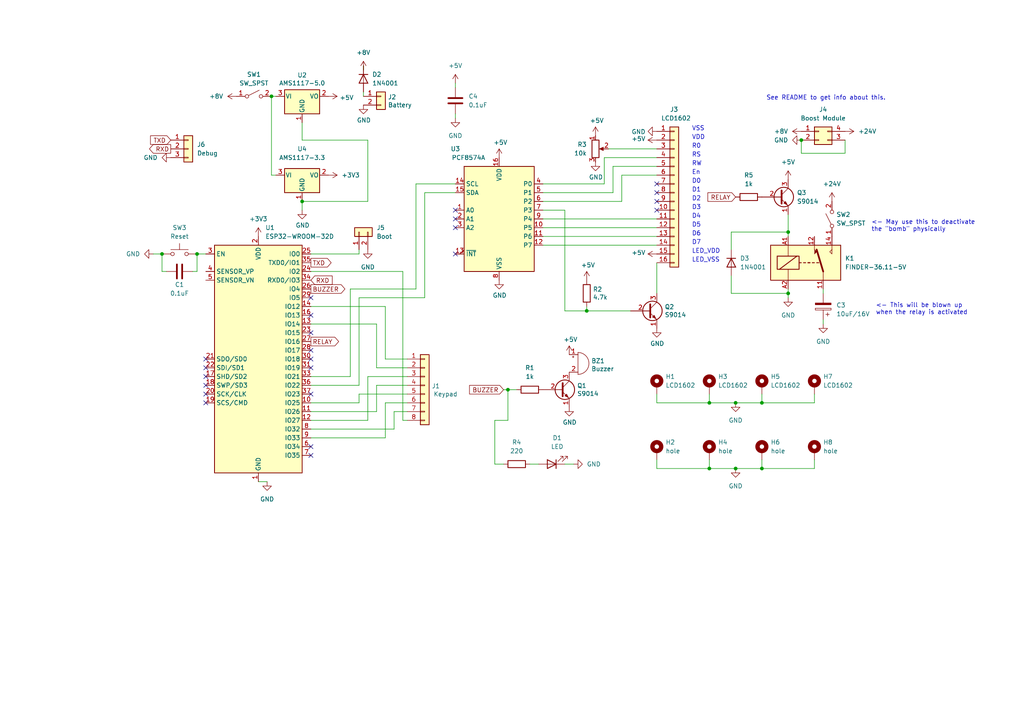
<source format=kicad_sch>
(kicad_sch (version 20211123) (generator eeschema)
  (paper "A4")
  (title_block (title "C4 Clock") (date "2022-02-27") (rev "1.0") (company "yangshunhuai"))
  (lib_symbols
    (symbol "Connector_Generic:Conn_01x02" (pin_names (offset 1.016) hide)
      (property "Reference" "J" (at 0 2.54 0))
      (property "Value" "Conn_01x02" (at 0 -5.08 0))
      (symbol "Conn_01x02_1_1"
        (rectangle (start -1.27 -2.413) (end 0 -2.667) (stroke (width 0.1524)))
        (rectangle (start -1.27 0.127) (end 0 -0.127) (stroke (width 0.1524)))
        (rectangle (start -1.27 1.27) (end 1.27 -3.81) (stroke (width 0.254)) (fill (type background)))
        (pin passive line (at -5.08 0 0) (length 3.81) (name "Pin_1") (number "1"))
        (pin passive line (at -5.08 -2.54 0) (length 3.81) (name "Pin_2") (number "2"))
      )
    )
    (symbol "Connector_Generic:Conn_01x03" (pin_names (offset 1.016) hide)
      (property "Reference" "J" (at 0 5.08 0))
      (property "Value" "Conn_01x03" (at 0 -5.08 0))
      (symbol "Conn_01x03_1_1"
        (rectangle (start -1.27 -2.413) (end 0 -2.667) (stroke (width 0.1524)))
        (rectangle (start -1.27 0.127) (end 0 -0.127) (stroke (width 0.1524)))
        (rectangle (start -1.27 2.667) (end 0 2.413) (stroke (width 0.1524)))
        (rectangle (start -1.27 3.81) (end 1.27 -3.81) (stroke (width 0.254)) (fill (type background)))
        (pin passive line (at -5.08 2.54 0) (length 3.81) (name "Pin_1") (number "1"))
        (pin passive line (at -5.08 0 0) (length 3.81) (name "Pin_2") (number "2"))
        (pin passive line (at -5.08 -2.54 0) (length 3.81) (name "Pin_3") (number "3"))
      )
    )
    (symbol "Connector_Generic:Conn_01x08" (pin_names (offset 1.016) hide)
      (property "Reference" "J" (at 0 10.16 0))
      (property "Value" "Conn_01x08" (at 0 -12.7 0))
      (symbol "Conn_01x08_1_1"
        (rectangle (start -1.27 -10.033) (end 0 -10.287) (stroke (width 0.1524)))
        (rectangle (start -1.27 -7.493) (end 0 -7.747) (stroke (width 0.1524)))
        (rectangle (start -1.27 -4.953) (end 0 -5.207) (stroke (width 0.1524)))
        (rectangle (start -1.27 -2.413) (end 0 -2.667) (stroke (width 0.1524)))
        (rectangle (start -1.27 0.127) (end 0 -0.127) (stroke (width 0.1524)))
        (rectangle (start -1.27 2.667) (end 0 2.413) (stroke (width 0.1524)))
        (rectangle (start -1.27 5.207) (end 0 4.953) (stroke (width 0.1524)))
        (rectangle (start -1.27 7.747) (end 0 7.493) (stroke (width 0.1524)))
        (rectangle (start -1.27 8.89) (end 1.27 -11.43) (stroke (width 0.254)) (fill (type background)))
        (pin passive line (at -5.08 7.62 0) (length 3.81) (name "Pin_1") (number "1"))
        (pin passive line (at -5.08 5.08 0) (length 3.81) (name "Pin_2") (number "2"))
        (pin passive line (at -5.08 2.54 0) (length 3.81) (name "Pin_3") (number "3"))
        (pin passive line (at -5.08 0 0) (length 3.81) (name "Pin_4") (number "4"))
        (pin passive line (at -5.08 -2.54 0) (length 3.81) (name "Pin_5") (number "5"))
        (pin passive line (at -5.08 -5.08 0) (length 3.81) (name "Pin_6") (number "6"))
        (pin passive line (at -5.08 -7.62 0) (length 3.81) (name "Pin_7") (number "7"))
        (pin passive line (at -5.08 -10.16 0) (length 3.81) (name "Pin_8") (number "8"))
      )
    )
    (symbol "Connector_Generic:Conn_01x16" (pin_names (offset 1.016) hide)
      (property "Reference" "J" (at 0 20.32 0))
      (property "Value" "Conn_01x16" (at 0 -22.86 0))
      (symbol "Conn_01x16_1_1"
        (rectangle (start -1.27 -20.193) (end 0 -20.447) (stroke (width 0.1524)))
        (rectangle (start -1.27 -17.653) (end 0 -17.907) (stroke (width 0.1524)))
        (rectangle (start -1.27 -15.113) (end 0 -15.367) (stroke (width 0.1524)))
        (rectangle (start -1.27 -12.573) (end 0 -12.827) (stroke (width 0.1524)))
        (rectangle (start -1.27 -10.033) (end 0 -10.287) (stroke (width 0.1524)))
        (rectangle (start -1.27 -7.493) (end 0 -7.747) (stroke (width 0.1524)))
        (rectangle (start -1.27 -4.953) (end 0 -5.207) (stroke (width 0.1524)))
        (rectangle (start -1.27 -2.413) (end 0 -2.667) (stroke (width 0.1524)))
        (rectangle (start -1.27 0.127) (end 0 -0.127) (stroke (width 0.1524)))
        (rectangle (start -1.27 2.667) (end 0 2.413) (stroke (width 0.1524)))
        (rectangle (start -1.27 5.207) (end 0 4.953) (stroke (width 0.1524)))
        (rectangle (start -1.27 7.747) (end 0 7.493) (stroke (width 0.1524)))
        (rectangle (start -1.27 10.287) (end 0 10.033) (stroke (width 0.1524)))
        (rectangle (start -1.27 12.827) (end 0 12.573) (stroke (width 0.1524)))
        (rectangle (start -1.27 15.367) (end 0 15.113) (stroke (width 0.1524)))
        (rectangle (start -1.27 17.907) (end 0 17.653) (stroke (width 0.1524)))
        (rectangle (start -1.27 19.05) (end 1.27 -21.59) (stroke (width 0.254)) (fill (type background)))
        (pin passive line (at -5.08 17.78 0) (length 3.81) (name "Pin_1") (number "1"))
        (pin passive line (at -5.08 -5.08 0) (length 3.81) (name "Pin_10") (number "10"))
        (pin passive line (at -5.08 -7.62 0) (length 3.81) (name "Pin_11") (number "11"))
        (pin passive line (at -5.08 -10.16 0) (length 3.81) (name "Pin_12") (number "12"))
        (pin passive line (at -5.08 -12.7 0) (length 3.81) (name "Pin_13") (number "13"))
        (pin passive line (at -5.08 -15.24 0) (length 3.81) (name "Pin_14") (number "14"))
        (pin passive line (at -5.08 -17.78 0) (length 3.81) (name "Pin_15") (number "15"))
        (pin passive line (at -5.08 -20.32 0) (length 3.81) (name "Pin_16") (number "16"))
        (pin passive line (at -5.08 15.24 0) (length 3.81) (name "Pin_2") (number "2"))
        (pin passive line (at -5.08 12.7 0) (length 3.81) (name "Pin_3") (number "3"))
        (pin passive line (at -5.08 10.16 0) (length 3.81) (name "Pin_4") (number "4"))
        (pin passive line (at -5.08 7.62 0) (length 3.81) (name "Pin_5") (number "5"))
        (pin passive line (at -5.08 5.08 0) (length 3.81) (name "Pin_6") (number "6"))
        (pin passive line (at -5.08 2.54 0) (length 3.81) (name "Pin_7") (number "7"))
        (pin passive line (at -5.08 0 0) (length 3.81) (name "Pin_8") (number "8"))
        (pin passive line (at -5.08 -2.54 0) (length 3.81) (name "Pin_9") (number "9"))
      )
    )
    (symbol "Connector_Generic:Conn_02x02_Counter_Clockwise" (pin_names (offset 1.016) hide)
      (property "Reference" "J" (at 1.27 2.54 0))
      (property "Value" "Conn_02x02_Counter_Clockwise" (at 1.27 -5.08 0))
      (symbol "Conn_02x02_Counter_Clockwise_1_1"
        (rectangle (start -1.27 -2.413) (end 0 -2.667) (stroke (width 0.1524)))
        (rectangle (start -1.27 0.127) (end 0 -0.127) (stroke (width 0.1524)))
        (rectangle (start -1.27 1.27) (end 3.81 -3.81) (stroke (width 0.254)) (fill (type background)))
        (rectangle (start 3.81 -2.413) (end 2.54 -2.667) (stroke (width 0.1524)))
        (rectangle (start 3.81 0.127) (end 2.54 -0.127) (stroke (width 0.1524)))
        (pin passive line (at -5.08 0 0) (length 3.81) (name "Pin_1") (number "1"))
        (pin passive line (at -5.08 -2.54 0) (length 3.81) (name "Pin_2") (number "2"))
        (pin passive line (at 7.62 -2.54 180) (length 3.81) (name "Pin_3") (number "3"))
        (pin passive line (at 7.62 0 180) (length 3.81) (name "Pin_4") (number "4"))
      )
    )
    (symbol "Device:Buzzer" (pin_names (offset 0.0254) hide)
      (property "Reference" "BZ" (at 3.81 1.27 0))
      (property "Value" "Buzzer" (at 3.81 -1.27 0))
      (symbol "Buzzer_0_1"
        (arc (start 0 -3.175) (mid 3.175 0) (end 0 3.175))
        (polyline (pts (xy -1.651 1.905) (xy -1.143 1.905)))
        (polyline (pts (xy -1.397 2.159) (xy -1.397 1.651)))
        (polyline (pts (xy 0 3.175) (xy 0 -3.175)))
      )
      (symbol "Buzzer_1_1"
        (pin passive line (at -2.54 2.54 0) (length 2.54) (name "-") (number "1"))
        (pin passive line (at -2.54 -2.54 0) (length 2.54) (name "+") (number "2"))
      )
    )
    (symbol "Device:C" (pin_numbers hide) (pin_names (offset 0.254))
      (property "Reference" "C" (at 0.635 2.54 0))
      (property "Value" "C" (at 0.635 -2.54 0))
      (symbol "C_0_1"
        (polyline (pts (xy -2.032 -0.762) (xy 2.032 -0.762)) (stroke (width 0.508)))
        (polyline (pts (xy -2.032 0.762) (xy 2.032 0.762)) (stroke (width 0.508)))
      )
      (symbol "C_1_1"
        (pin passive line (at 0 3.81 270) (length 2.794) (name "~") (number "1"))
        (pin passive line (at 0 -3.81 90) (length 2.794) (name "~") (number "2"))
      )
    )
    (symbol "Device:C_Polarized" (pin_numbers hide) (pin_names (offset 0.254))
      (property "Reference" "C" (at 0.635 2.54 0))
      (property "Value" "C_Polarized" (at 0.635 -2.54 0))
      (symbol "C_Polarized_0_1"
        (rectangle (start -2.286 0.508) (end 2.286 1.016))
        (polyline (pts (xy -1.778 2.286) (xy -0.762 2.286)))
        (polyline (pts (xy -1.27 2.794) (xy -1.27 1.778)))
        (rectangle (start 2.286 -0.508) (end -2.286 -1.016) (fill (type outline)))
      )
      (symbol "C_Polarized_1_1"
        (pin passive line (at 0 3.81 270) (length 2.794) (name "~") (number "1"))
        (pin passive line (at 0 -3.81 90) (length 2.794) (name "~") (number "2"))
      )
    )
    (symbol "Device:LED" (pin_numbers hide) (pin_names (offset 1.016) hide)
      (property "Reference" "D" (at 0 2.54 0))
      (property "Value" "LED" (at 0 -2.54 0))
      (symbol "LED_0_1"
        (polyline (pts (xy -1.27 -1.27) (xy -1.27 1.27)) (stroke (width 0.254)))
        (polyline (pts (xy -1.27 0) (xy 1.27 0)))
        (polyline (pts (xy 1.27 -1.27) (xy 1.27 1.27) (xy -1.27 0) (xy 1.27 -1.27)) (stroke (width 0.254)))
        (polyline (pts (xy -3.048 -0.762) (xy -4.572 -2.286) (xy -3.81 -2.286) (xy -4.572 -2.286) (xy -4.572 -1.524)))
        (polyline (pts (xy -1.778 -0.762) (xy -3.302 -2.286) (xy -2.54 -2.286) (xy -3.302 -2.286) (xy -3.302 -1.524)))
      )
      (symbol "LED_1_1"
        (pin passive line (at -3.81 0 0) (length 2.54) (name "K") (number "1"))
        (pin passive line (at 3.81 0 180) (length 2.54) (name "A") (number "2"))
      )
    )
    (symbol "Device:Q_NPN_EBC" (pin_names (offset 0) hide)
      (property "Reference" "Q" (at 5.08 1.27 0))
      (property "Value" "Q_NPN_EBC" (at 5.08 -1.27 0))
      (symbol "Q_NPN_EBC_0_1"
        (polyline (pts (xy 0.635 0.635) (xy 2.54 2.54)))
        (polyline (pts (xy 0.635 -0.635) (xy 2.54 -2.54) (xy 2.54 -2.54)))
        (polyline (pts (xy 0.635 1.905) (xy 0.635 -1.905) (xy 0.635 -1.905)) (stroke (width 0.508)))
        (polyline (pts (xy 1.27 -1.778) (xy 1.778 -1.27) (xy 2.286 -2.286) (xy 1.27 -1.778) (xy 1.27 -1.778)) (fill (type outline)))
        (circle (center 1.27 0) (radius 2.8194) (stroke (width 0.254)))
      )
      (symbol "Q_NPN_EBC_1_1"
        (pin passive line (at 2.54 -5.08 90) (length 2.54) (name "E") (number "1"))
        (pin passive line (at -5.08 0 0) (length 5.715) (name "B") (number "2"))
        (pin passive line (at 2.54 5.08 270) (length 2.54) (name "C") (number "3"))
      )
    )
    (symbol "Device:R" (pin_numbers hide) (pin_names (offset 0))
      (property "Reference" "R" (at 2.032 0 90))
      (property "Value" "R" (at 0 0 90))
      (symbol "R_0_1"
        (rectangle (start -1.016 -2.54) (end 1.016 2.54) (stroke (width 0.254)))
      )
      (symbol "R_1_1"
        (pin passive line (at 0 3.81 270) (length 1.27) (name "~") (number "1"))
        (pin passive line (at 0 -3.81 90) (length 1.27) (name "~") (number "2"))
      )
    )
    (symbol "Device:R_Potentiometer" (pin_names (offset 1.016) hide)
      (property "Reference" "RV" (at -4.445 0 90))
      (property "Value" "R_Potentiometer" (at -2.54 0 90))
      (symbol "R_Potentiometer_0_1"
        (polyline (pts (xy 2.54 0) (xy 1.524 0)))
        (polyline (pts (xy 1.143 0) (xy 2.286 0.508) (xy 2.286 -0.508) (xy 1.143 0)) (fill (type outline)))
        (rectangle (start 1.016 2.54) (end -1.016 -2.54) (stroke (width 0.254)))
      )
      (symbol "R_Potentiometer_1_1"
        (pin passive line (at 0 3.81 270) (length 1.27) (name "1") (number "1"))
        (pin passive line (at 3.81 0 180) (length 1.27) (name "2") (number "2"))
        (pin passive line (at 0 -3.81 90) (length 1.27) (name "3") (number "3"))
      )
    )
    (symbol "Diode:1N4001" (pin_numbers hide) (pin_names (offset 1.016) hide)
      (property "Reference" "D" (at 0 2.54 0))
      (property "Value" "1N4001" (at 0 -2.54 0))
      (symbol "1N4001_0_1"
        (polyline (pts (xy -1.27 1.27) (xy -1.27 -1.27)) (stroke (width 0.254)))
        (polyline (pts (xy 1.27 0) (xy -1.27 0)))
        (polyline (pts (xy 1.27 1.27) (xy 1.27 -1.27) (xy -1.27 0) (xy 1.27 1.27)) (stroke (width 0.254)))
      )
      (symbol "1N4001_1_1"
        (pin passive line (at -3.81 0 0) (length 2.54) (name "K") (number "1"))
        (pin passive line (at 3.81 0 180) (length 2.54) (name "A") (number "2"))
      )
    )
    (symbol "Interface_Expansion:PCF8574A"
      (property "Reference" "U" (at -8.89 16.51 0))
      (property "Value" "PCF8574A" (at 2.54 16.51 0))
      (symbol "PCF8574A_0_1"
        (rectangle (start -10.16 15.24) (end 10.16 -15.24) (stroke (width 0.254)) (fill (type background)))
      )
      (symbol "PCF8574A_1_1"
        (pin input line (at -12.7 2.54 0) (length 2.54) (name "A0") (number "1"))
        (pin bidirectional line (at 12.7 -2.54 180) (length 2.54) (name "P5") (number "10"))
        (pin bidirectional line (at 12.7 -5.08 180) (length 2.54) (name "P6") (number "11"))
        (pin bidirectional line (at 12.7 -7.62 180) (length 2.54) (name "P7") (number "12"))
        (pin open_collector output_low (at -12.7 -10.16 0) (length 2.54) (name "~{INT}") (number "13"))
        (pin input line (at -12.7 10.16 0) (length 2.54) (name "SCL") (number "14"))
        (pin bidirectional line (at -12.7 7.62 0) (length 2.54) (name "SDA") (number "15"))
        (pin power_in line (at 0 17.78 270) (length 2.54) (name "VDD") (number "16"))
        (pin input line (at -12.7 0 0) (length 2.54) (name "A1") (number "2"))
        (pin input line (at -12.7 -2.54 0) (length 2.54) (name "A2") (number "3"))
        (pin bidirectional line (at 12.7 10.16 180) (length 2.54) (name "P0") (number "4"))
        (pin bidirectional line (at 12.7 7.62 180) (length 2.54) (name "P1") (number "5"))
        (pin bidirectional line (at 12.7 5.08 180) (length 2.54) (name "P2") (number "6"))
        (pin bidirectional line (at 12.7 2.54 180) (length 2.54) (name "P3") (number "7"))
        (pin power_in line (at 0 -17.78 90) (length 2.54) (name "VSS") (number "8"))
        (pin bidirectional line (at 12.7 0 180) (length 2.54) (name "P4") (number "9"))
      )
    )
    (symbol "Mechanical:MountingHole_Pad" (pin_numbers hide) (pin_names (offset 1.016) hide)
      (property "Reference" "H" (at 0 6.35 0))
      (property "Value" "MountingHole_Pad" (at 0 4.445 0))
      (symbol "MountingHole_Pad_0_1"
        (circle (center 0 1.27) (radius 1.27) (stroke (width 1.27)))
      )
      (symbol "MountingHole_Pad_1_1"
        (pin input line (at 0 -2.54 90) (length 2.54) (name "1") (number "1"))
      )
    )
    (symbol "RF_Module:ESP32-WROOM-32D"
      (property "Reference" "U" (at -12.7 34.29 0))
      (property "Value" "ESP32-WROOM-32D" (at 1.27 34.29 0))
      (symbol "ESP32-WROOM-32D_0_1"
        (rectangle (start -12.7 33.02) (end 12.7 -33.02) (stroke (width 0.254)) (fill (type background)))
      )
      (symbol "ESP32-WROOM-32D_1_1"
        (pin power_in line (at 0 -35.56 90) (length 2.54) (name "GND") (number "1"))
        (pin bidirectional line (at 15.24 -12.7 180) (length 2.54) (name "IO25") (number "10"))
        (pin bidirectional line (at 15.24 -15.24 180) (length 2.54) (name "IO26") (number "11"))
        (pin bidirectional line (at 15.24 -17.78 180) (length 2.54) (name "IO27") (number "12"))
        (pin bidirectional line (at 15.24 10.16 180) (length 2.54) (name "IO14") (number "13"))
        (pin bidirectional line (at 15.24 15.24 180) (length 2.54) (name "IO12") (number "14"))
        (pin passive line (at 0 -35.56 90) (length 2.54) hide (name "GND") (number "15"))
        (pin bidirectional line (at 15.24 12.7 180) (length 2.54) (name "IO13") (number "16"))
        (pin bidirectional line (at -15.24 -5.08 0) (length 2.54) (name "SHD/SD2") (number "17"))
        (pin bidirectional line (at -15.24 -7.62 0) (length 2.54) (name "SWP/SD3") (number "18"))
        (pin bidirectional line (at -15.24 -12.7 0) (length 2.54) (name "SCS/CMD") (number "19"))
        (pin power_in line (at 0 35.56 270) (length 2.54) (name "VDD") (number "2"))
        (pin bidirectional line (at -15.24 -10.16 0) (length 2.54) (name "SCK/CLK") (number "20"))
        (pin bidirectional line (at -15.24 0 0) (length 2.54) (name "SDO/SD0") (number "21"))
        (pin bidirectional line (at -15.24 -2.54 0) (length 2.54) (name "SDI/SD1") (number "22"))
        (pin bidirectional line (at 15.24 7.62 180) (length 2.54) (name "IO15") (number "23"))
        (pin bidirectional line (at 15.24 25.4 180) (length 2.54) (name "IO2") (number "24"))
        (pin bidirectional line (at 15.24 30.48 180) (length 2.54) (name "IO0") (number "25"))
        (pin bidirectional line (at 15.24 20.32 180) (length 2.54) (name "IO4") (number "26"))
        (pin bidirectional line (at 15.24 5.08 180) (length 2.54) (name "IO16") (number "27"))
        (pin bidirectional line (at 15.24 2.54 180) (length 2.54) (name "IO17") (number "28"))
        (pin bidirectional line (at 15.24 17.78 180) (length 2.54) (name "IO5") (number "29"))
        (pin input line (at -15.24 30.48 0) (length 2.54) (name "EN") (number "3"))
        (pin bidirectional line (at 15.24 0 180) (length 2.54) (name "IO18") (number "30"))
        (pin bidirectional line (at 15.24 -2.54 180) (length 2.54) (name "IO19") (number "31"))
        (pin no_connect line (at -12.7 -27.94 0) (length 2.54) hide (name "NC") (number "32"))
        (pin bidirectional line (at 15.24 -5.08 180) (length 2.54) (name "IO21") (number "33"))
        (pin bidirectional line (at 15.24 22.86 180) (length 2.54) (name "RXD0/IO3") (number "34"))
        (pin bidirectional line (at 15.24 27.94 180) (length 2.54) (name "TXD0/IO1") (number "35"))
        (pin bidirectional line (at 15.24 -7.62 180) (length 2.54) (name "IO22") (number "36"))
        (pin bidirectional line (at 15.24 -10.16 180) (length 2.54) (name "IO23") (number "37"))
        (pin passive line (at 0 -35.56 90) (length 2.54) hide (name "GND") (number "38"))
        (pin passive line (at 0 -35.56 90) (length 2.54) hide (name "GND") (number "39"))
        (pin input line (at -15.24 25.4 0) (length 2.54) (name "SENSOR_VP") (number "4"))
        (pin input line (at -15.24 22.86 0) (length 2.54) (name "SENSOR_VN") (number "5"))
        (pin input line (at 15.24 -25.4 180) (length 2.54) (name "IO34") (number "6"))
        (pin input line (at 15.24 -27.94 180) (length 2.54) (name "IO35") (number "7"))
        (pin bidirectional line (at 15.24 -20.32 180) (length 2.54) (name "IO32") (number "8"))
        (pin bidirectional line (at 15.24 -22.86 180) (length 2.54) (name "IO33") (number "9"))
      )
    )
    (symbol "Regulator_Linear:AMS1117-3.3" (pin_names (offset 0.254))
      (property "Reference" "U" (at -3.81 3.175 0))
      (property "Value" "AMS1117-3.3" (at 0 3.175 0))
      (symbol "AMS1117-3.3_0_1"
        (rectangle (start -5.08 -5.08) (end 5.08 1.905) (stroke (width 0.254)) (fill (type background)))
      )
      (symbol "AMS1117-3.3_1_1"
        (pin power_in line (at 0 -7.62 90) (length 2.54) (name "GND") (number "1"))
        (pin power_out line (at 7.62 0 180) (length 2.54) (name "VO") (number "2"))
        (pin power_in line (at -7.62 0 0) (length 2.54) (name "VI") (number "3"))
      )
    )
    (symbol "Regulator_Linear:AMS1117-5.0" (pin_names (offset 0.254))
      (property "Reference" "U" (at -3.81 3.175 0))
      (property "Value" "AMS1117-5.0" (at 0 3.175 0))
      (symbol "AMS1117-5.0_0_1"
        (rectangle (start -5.08 -5.08) (end 5.08 1.905) (stroke (width 0.254)) (fill (type background)))
      )
      (symbol "AMS1117-5.0_1_1"
        (pin power_in line (at 0 -7.62 90) (length 2.54) (name "GND") (number "1"))
        (pin power_out line (at 7.62 0 180) (length 2.54) (name "VO") (number "2"))
        (pin power_in line (at -7.62 0 0) (length 2.54) (name "VI") (number "3"))
      )
    )
    (symbol "Relay:FINDER-36.11"
      (property "Reference" "K" (at 11.43 3.81 0))
      (property "Value" "FINDER-36.11" (at 11.43 1.27 0))
      (symbol "FINDER-36.11_0_0"
        (polyline (pts (xy 2.54 3.81) (xy 2.54 5.08)))
        (polyline (pts (xy 7.62 3.81) (xy 7.62 5.08)))
        (polyline (pts (xy 7.62 3.81) (xy 7.62 2.54) (xy 6.985 3.175) (xy 7.62 3.81)))
      )
      (symbol "FINDER-36.11_0_1"
        (rectangle (start -10.16 5.08) (end 10.16 -5.08) (stroke (width 0.254)) (fill (type background)))
        (rectangle (start -8.255 1.905) (end -1.905 -1.905) (stroke (width 0.254)))
        (polyline (pts (xy -7.62 -1.905) (xy -2.54 1.905)) (stroke (width 0.254)))
        (polyline (pts (xy -5.08 -5.08) (xy -5.08 -1.905)))
        (polyline (pts (xy -5.08 5.08) (xy -5.08 1.905)))
        (polyline (pts (xy -1.905 0) (xy -1.27 0)) (stroke (width 0.254)))
        (polyline (pts (xy -0.635 0) (xy 0 0)) (stroke (width 0.254)))
        (polyline (pts (xy 0.635 0) (xy 1.27 0)) (stroke (width 0.254)))
        (polyline (pts (xy 0.635 0) (xy 1.27 0)) (stroke (width 0.254)))
        (polyline (pts (xy 1.905 0) (xy 2.54 0)) (stroke (width 0.254)))
        (polyline (pts (xy 3.175 0) (xy 3.81 0)) (stroke (width 0.254)))
        (polyline (pts (xy 5.08 -2.54) (xy 3.175 3.81)) (stroke (width 0.508)))
        (polyline (pts (xy 5.08 -2.54) (xy 5.08 -5.08)))
        (polyline (pts (xy 2.54 2.54) (xy 3.175 3.175) (xy 2.54 3.81)) (fill (type outline)))
      )
      (symbol "FINDER-36.11_1_1"
        (pin passive line (at 5.08 -7.62 90) (length 2.54) (name "~") (number "11"))
        (pin passive line (at 2.54 7.62 270) (length 2.54) (name "~") (number "12"))
        (pin passive line (at 7.62 7.62 270) (length 2.54) (name "~") (number "14"))
        (pin passive line (at -5.08 7.62 270) (length 2.54) (name "~") (number "A1"))
        (pin passive line (at -5.08 -7.62 90) (length 2.54) (name "~") (number "A2"))
      )
    )
    (symbol "Switch:SW_Push" (pin_numbers hide) (pin_names (offset 1.016) hide)
      (property "Reference" "SW" (at 1.27 2.54 0))
      (property "Value" "SW_Push" (at 0 -1.524 0))
      (symbol "SW_Push_0_1"
        (circle (center -2.032 0) (radius 0.508))
        (polyline (pts (xy 0 1.27) (xy 0 3.048)))
        (polyline (pts (xy 2.54 1.27) (xy -2.54 1.27)))
        (circle (center 2.032 0) (radius 0.508))
        (pin passive line (at -5.08 0 0) (length 2.54) (name "1") (number "1"))
        (pin passive line (at 5.08 0 180) (length 2.54) (name "2") (number "2"))
      )
    )
    (symbol "Switch:SW_SPST" (pin_names (offset 0) hide)
      (property "Reference" "SW" (at 0 3.175 0))
      (property "Value" "SW_SPST" (at 0 -2.54 0))
      (symbol "SW_SPST_0_0"
        (circle (center -2.032 0) (radius 0.508))
        (polyline (pts (xy -1.524 0.254) (xy 1.524 1.778)))
        (circle (center 2.032 0) (radius 0.508))
      )
      (symbol "SW_SPST_1_1"
        (pin passive line (at -5.08 0 0) (length 2.54) (name "A") (number "1"))
        (pin passive line (at 5.08 0 180) (length 2.54) (name "B") (number "2"))
      )
    )
    (symbol "power:+24V" (power) (pin_names (offset 0))
      (property "Value" "+24V" (at 0 3.556 0))
      (symbol "+24V_0_1"
        (polyline (pts (xy -0.762 1.27) (xy 0 2.54)))
        (polyline (pts (xy 0 0) (xy 0 2.54)))
        (polyline (pts (xy 0 2.54) (xy 0.762 1.27)))
      )
      (symbol "+24V_1_1"
        (pin power_in line (at 0 0 90) (length 0) hide (name "+24V") (number "1"))
      )
    )
    (symbol "power:+3V3" (power) (pin_names (offset 0))
      (property "Value" "+3V3" (at 0 3.556 0))
      (symbol "+3V3_0_1"
        (polyline (pts (xy -0.762 1.27) (xy 0 2.54)))
        (polyline (pts (xy 0 0) (xy 0 2.54)))
        (polyline (pts (xy 0 2.54) (xy 0.762 1.27)))
      )
      (symbol "+3V3_1_1"
        (pin power_in line (at 0 0 90) (length 0) hide (name "+3V3") (number "1"))
      )
    )
    (symbol "power:+5V" (power) (pin_names (offset 0))
      (property "Value" "+5V" (at 0 3.556 0))
      (symbol "+5V_0_1"
        (polyline (pts (xy -0.762 1.27) (xy 0 2.54)))
        (polyline (pts (xy 0 0) (xy 0 2.54)))
        (polyline (pts (xy 0 2.54) (xy 0.762 1.27)))
      )
      (symbol "+5V_1_1"
        (pin power_in line (at 0 0 90) (length 0) hide (name "+5V") (number "1"))
      )
    )
    (symbol "power:+8V" (power) (pin_names (offset 0))
      (property "Value" "+8V" (at 0 3.556 0))
      (symbol "+8V_0_1"
        (polyline (pts (xy -0.762 1.27) (xy 0 2.54)))
        (polyline (pts (xy 0 0) (xy 0 2.54)))
        (polyline (pts (xy 0 2.54) (xy 0.762 1.27)))
      )
      (symbol "+8V_1_1"
        (pin power_in line (at 0 0 90) (length 0) hide (name "+8V") (number "1"))
      )
    )
    (symbol "power:GND" (power) (pin_names (offset 0))
      (property "Value" "GND" (at 0 -3.81 0))
      (symbol "GND_0_1"
        (polyline (pts (xy 0 0) (xy 0 -1.27) (xy 1.27 -1.27) (xy 0 -2.54) (xy -1.27 -1.27) (xy 0 -1.27)))
      )
      (symbol "GND_1_1"
        (pin power_in line (at 0 0 270) (length 0) hide (name "GND") (number "1"))
      )
    )
  )
  (junction (at 232.41 40.64))
  (junction (at 220.98 116.84))
  (junction (at 228.6 85.09))
  (junction (at 213.36 116.84))
  (junction (at 87.63 58.42))
  (junction (at 213.36 135.89))
  (junction (at 205.74 135.89))
  (junction (at 205.74 116.84))
  (junction (at 46.99 73.66))
  (junction (at 78.74 27.94))
  (junction (at 170.18 90.17))
  (junction (at 57.15 73.66))
  (junction (at 228.6 67.31))
  (junction (at 147.32 113.03))
  (junction (at 220.98 135.89))
  (no_connect (at 90.17 86.36))
  (no_connect (at 90.17 91.44))
  (no_connect (at 90.17 96.52))
  (no_connect (at 90.17 101.6))
  (no_connect (at 90.17 104.14))
  (no_connect (at 90.17 106.68))
  (no_connect (at 90.17 114.3))
  (no_connect (at 90.17 129.54))
  (no_connect (at 90.17 132.08))
  (no_connect (at 132.08 73.66))
  (no_connect (at 190.5 55.88))
  (no_connect (at 190.5 58.42))
  (no_connect (at 132.08 66.04))
  (no_connect (at 132.08 63.5))
  (no_connect (at 190.5 60.96))
  (no_connect (at 190.5 53.34))
  (no_connect (at 59.69 111.76))
  (no_connect (at 59.69 114.3))
  (no_connect (at 59.69 104.14))
  (no_connect (at 59.69 106.68))
  (no_connect (at 59.69 109.22))
  (no_connect (at 59.69 116.84))
  (no_connect (at 132.08 60.96))
  (wire (pts (xy 238.76 92.71) (xy 238.76 93.98)))
  (wire (pts (xy 205.74 135.89) (xy 213.36 135.89)))
  (wire (pts (xy 87.63 35.56) (xy 87.63 40.64)))
  (wire (pts (xy 120.65 83.82) (xy 120.65 53.34)))
  (wire (pts (xy 175.26 53.34) (xy 157.48 53.34)))
  (wire (pts (xy 132.08 24.13) (xy 132.08 25.4)))
  (wire (pts (xy 109.22 119.38) (xy 109.22 111.76)))
  (wire (pts (xy 220.98 116.84) (xy 213.36 116.84)))
  (wire (pts (xy 90.17 121.92) (xy 106.68 121.92)))
  (wire (pts (xy 104.14 86.36) (xy 123.19 86.36)))
  (wire (pts (xy 245.11 44.45) (xy 232.41 44.45)))
  (wire (pts (xy 74.93 139.7) (xy 77.47 139.7)))
  (wire (pts (xy 116.84 121.92) (xy 118.11 121.92)))
  (wire (pts (xy 236.22 133.35) (xy 236.22 135.89)))
  (wire (pts (xy 220.98 133.35) (xy 220.98 135.89)))
  (wire (pts (xy 228.6 67.31) (xy 228.6 68.58)))
  (wire (pts (xy 105.41 19.05) (xy 105.41 20.32)))
  (wire (pts (xy 111.76 88.9) (xy 111.76 104.14)))
  (wire (pts (xy 177.8 48.26) (xy 177.8 55.88)))
  (wire (pts (xy 104.14 114.3) (xy 118.11 114.3)))
  (wire (pts (xy 90.17 88.9) (xy 111.76 88.9)))
  (wire (pts (xy 90.17 116.84) (xy 104.14 116.84)))
  (wire (pts (xy 90.17 93.98) (xy 109.22 93.98)))
  (wire (pts (xy 44.45 73.66) (xy 46.99 73.66)))
  (wire (pts (xy 104.14 116.84) (xy 104.14 114.3)))
  (wire (pts (xy 143.51 121.92) (xy 143.51 134.62)))
  (wire (pts (xy 220.98 135.89) (xy 213.36 135.89)))
  (wire (pts (xy 228.6 67.31) (xy 212.09 67.31)))
  (wire (pts (xy 114.3 119.38) (xy 114.3 124.46)))
  (wire (pts (xy 143.51 134.62) (xy 146.05 134.62)))
  (wire (pts (xy 118.11 119.38) (xy 114.3 119.38)))
  (wire (pts (xy 78.74 50.8) (xy 80.01 50.8)))
  (wire (pts (xy 57.15 73.66) (xy 59.69 73.66)))
  (wire (pts (xy 101.6 83.82) (xy 120.65 83.82)))
  (wire (pts (xy 157.48 60.96) (xy 163.83 60.96)))
  (wire (pts (xy 163.83 90.17) (xy 170.18 90.17)))
  (wire (pts (xy 190.5 116.84) (xy 205.74 116.84)))
  (wire (pts (xy 190.5 133.35) (xy 190.5 135.89)))
  (wire (pts (xy 190.5 76.2) (xy 190.5 85.09)))
  (wire (pts (xy 190.5 71.12) (xy 157.48 71.12)))
  (wire (pts (xy 205.74 133.35) (xy 205.74 135.89)))
  (wire (pts (xy 212.09 85.09) (xy 228.6 85.09)))
  (wire (pts (xy 147.32 121.92) (xy 143.51 121.92)))
  (wire (pts (xy 104.14 111.76) (xy 104.14 86.36)))
  (wire (pts (xy 90.17 119.38) (xy 109.22 119.38)))
  (wire (pts (xy 228.6 86.36) (xy 228.6 85.09)))
  (wire (pts (xy 236.22 135.89) (xy 220.98 135.89)))
  (wire (pts (xy 109.22 106.68) (xy 118.11 106.68)))
  (wire (pts (xy 90.17 111.76) (xy 104.14 111.76)))
  (wire (pts (xy 180.34 50.8) (xy 180.34 58.42)))
  (wire (pts (xy 46.99 78.74) (xy 48.26 78.74)))
  (wire (pts (xy 180.34 58.42) (xy 157.48 58.42)))
  (wire (pts (xy 55.88 78.74) (xy 57.15 78.74)))
  (wire (pts (xy 146.05 113.03) (xy 147.32 113.03)))
  (wire (pts (xy 190.5 135.89) (xy 205.74 135.89)))
  (wire (pts (xy 104.14 72.39) (xy 104.14 73.66)))
  (wire (pts (xy 236.22 114.3) (xy 236.22 116.84)))
  (wire (pts (xy 90.17 78.74) (xy 116.84 78.74)))
  (wire (pts (xy 228.6 62.23) (xy 228.6 67.31)))
  (wire (pts (xy 212.09 67.31) (xy 212.09 72.39)))
  (wire (pts (xy 46.99 73.66) (xy 46.99 78.74)))
  (wire (pts (xy 220.98 114.3) (xy 220.98 116.84)))
  (wire (pts (xy 87.63 40.64) (xy 106.68 40.64)))
  (wire (pts (xy 147.32 113.03) (xy 149.86 113.03)))
  (wire (pts (xy 104.14 73.66) (xy 90.17 73.66)))
  (wire (pts (xy 109.22 111.76) (xy 118.11 111.76)))
  (wire (pts (xy 157.48 68.58) (xy 190.5 68.58)))
  (wire (pts (xy 190.5 66.04) (xy 157.48 66.04)))
  (wire (pts (xy 132.08 33.02) (xy 132.08 34.29)))
  (wire (pts (xy 106.68 109.22) (xy 118.11 109.22)))
  (wire (pts (xy 90.17 109.22) (xy 101.6 109.22)))
  (wire (pts (xy 116.84 78.74) (xy 116.84 121.92)))
  (wire (pts (xy 190.5 48.26) (xy 177.8 48.26)))
  (wire (pts (xy 175.26 45.72) (xy 175.26 53.34)))
  (wire (pts (xy 228.6 85.09) (xy 228.6 83.82)))
  (wire (pts (xy 170.18 90.17) (xy 182.88 90.17)))
  (wire (pts (xy 106.68 40.64) (xy 106.68 58.42)))
  (wire (pts (xy 123.19 55.88) (xy 132.08 55.88)))
  (wire (pts (xy 232.41 44.45) (xy 232.41 40.64)))
  (wire (pts (xy 106.68 121.92) (xy 106.68 109.22)))
  (wire (pts (xy 163.83 60.96) (xy 163.83 90.17)))
  (wire (pts (xy 170.18 88.9) (xy 170.18 90.17)))
  (wire (pts (xy 236.22 116.84) (xy 220.98 116.84)))
  (wire (pts (xy 111.76 104.14) (xy 118.11 104.14)))
  (wire (pts (xy 78.74 27.94) (xy 78.74 50.8)))
  (wire (pts (xy 123.19 86.36) (xy 123.19 55.88)))
  (wire (pts (xy 176.53 43.18) (xy 190.5 43.18)))
  (wire (pts (xy 245.11 40.64) (xy 245.11 44.45)))
  (wire (pts (xy 153.67 134.62) (xy 156.21 134.62)))
  (wire (pts (xy 101.6 109.22) (xy 101.6 83.82)))
  (wire (pts (xy 109.22 93.98) (xy 109.22 106.68)))
  (wire (pts (xy 147.32 113.03) (xy 147.32 121.92)))
  (wire (pts (xy 212.09 80.01) (xy 212.09 85.09)))
  (wire (pts (xy 90.17 127) (xy 111.76 127)))
  (wire (pts (xy 90.17 124.46) (xy 114.3 124.46)))
  (wire (pts (xy 205.74 114.3) (xy 205.74 116.84)))
  (wire (pts (xy 111.76 127) (xy 111.76 116.84)))
  (wire (pts (xy 157.48 63.5) (xy 190.5 63.5)))
  (wire (pts (xy 78.74 27.94) (xy 80.01 27.94)))
  (wire (pts (xy 57.15 78.74) (xy 57.15 73.66)))
  (wire (pts (xy 163.83 134.62) (xy 166.37 134.62)))
  (wire (pts (xy 111.76 116.84) (xy 118.11 116.84)))
  (wire (pts (xy 177.8 55.88) (xy 157.48 55.88)))
  (wire (pts (xy 205.74 116.84) (xy 213.36 116.84)))
  (wire (pts (xy 190.5 114.3) (xy 190.5 116.84)))
  (wire (pts (xy 106.68 58.42) (xy 87.63 58.42)))
  (wire (pts (xy 105.41 26.67) (xy 105.41 27.94)))
  (wire (pts (xy 87.63 60.96) (xy 87.63 58.42)))
  (wire (pts (xy 190.5 45.72) (xy 175.26 45.72)))
  (wire (pts (xy 190.5 50.8) (xy 180.34 50.8)))
  (wire (pts (xy 238.76 83.82) (xy 238.76 85.09)))
  (wire (pts (xy 120.65 53.34) (xy 132.08 53.34)))
  (text "D1" (at 200.66 55.88 0) (effects (font (size 1.27 1.27)) (justify left bottom)))
  (text "D6" (at 200.66 68.58 0) (effects (font (size 1.27 1.27)) (justify left bottom)))
  (text "D5" (at 200.66 66.04 0) (effects (font (size 1.27 1.27)) (justify left bottom)))
  (text "VSS" (at 200.66 38.1 0) (effects (font (size 1.27 1.27)) (justify left bottom)))
  (text "D4" (at 200.66 63.5 0) (effects (font (size 1.27 1.27)) (justify left bottom)))
  (text "<- May use this to deactivate\nthe \"bomb\" physically" (at 252.73 67.31 0) (effects (font (size 1.27 1.27)) (justify left bottom)))
  (text "VDD" (at 200.66 40.64 0) (effects (font (size 1.27 1.27)) (justify left bottom)))
  (text "RS" (at 200.66 45.72 0) (effects (font (size 1.27 1.27)) (justify left bottom)))
  (text "LED_VDD" (at 200.66 73.66 0) (effects (font (size 1.27 1.27)) (justify left bottom)))
  (text "See README to get info about this." (at 222.25 29.21 0) (effects (font (size 1.27 1.27)) (justify left bottom)))
  (text "R0" (at 200.66 43.18 0) (effects (font (size 1.27 1.27)) (justify left bottom)))
  (text "D0" (at 200.66 53.34 0) (effects (font (size 1.27 1.27)) (justify left bottom)))
  (text "D3" (at 200.66 60.96 0) (effects (font (size 1.27 1.27)) (justify left bottom)))
  (text "D2" (at 200.66 58.42 0) (effects (font (size 1.27 1.27)) (justify left bottom)))
  (text "RW" (at 200.66 48.26 0) (effects (font (size 1.27 1.27)) (justify left bottom)))
  (text "D7" (at 200.66 71.12 0) (effects (font (size 1.27 1.27)) (justify left bottom)))
  (text "LED_VSS" (at 200.66 76.2 0) (effects (font (size 1.27 1.27)) (justify left bottom)))
  (text "<- This will be blown up\nwhen the relay is activated" (at 254 91.44 0) (effects (font (size 1.27 1.27)) (justify left bottom)))
  (text "En" (at 200.66 50.8 0) (effects (font (size 1.27 1.27)) (justify left bottom)))
  (global_label "RXD" (shape output) (at 49.53 43.18 180) (property "Intersheet References" "${INTERSHEET_REFS}" (effects hide)))
  (global_label "BUZZER" (shape output) (at 90.17 83.82 0) (property "Intersheet References" "${INTERSHEET_REFS}" (effects hide)))
  (global_label "RELAY" (shape input) (at 213.36 57.15 180) (property "Intersheet References" "${INTERSHEET_REFS}" (effects hide)))
  (global_label "TXD" (shape output) (at 90.17 76.2 0) (property "Intersheet References" "${INTERSHEET_REFS}" (effects hide)))
  (global_label "BUZZER" (shape input) (at 146.05 113.03 180) (property "Intersheet References" "${INTERSHEET_REFS}" (effects hide)))
  (global_label "RXD" (shape input) (at 90.17 81.28 0) (property "Intersheet References" "${INTERSHEET_REFS}" (effects hide)))
  (global_label "RELAY" (shape output) (at 90.17 99.06 0) (property "Intersheet References" "${INTERSHEET_REFS}" (effects hide)))
  (global_label "TXD" (shape input) (at 49.53 40.64 180) (property "Intersheet References" "${INTERSHEET_REFS}" (effects hide)))
  (symbol (lib_id "Interface_Expansion:PCF8574A") (at 144.78 63.5 0) (unit 1)
    (property "Reference" "U3" (at 132.08 43.18 0))
    (property "Value" "PCF8574A" (at 135.89 45.72 0))
    (property "Footprint" "Package_DIP:DIP-16_W7.62mm_Socket" (effects hide))
    (property "Datasheet" "http://www.nxp.com/documents/data_sheet/PCF8574_PCF8574A.pdf" (effects hide))
  )
  (symbol (lib_id "power:+5V") (at 190.5 73.66 90) (unit 1)
    (property "Reference" "#PWR018" (effects hide))
    (property "Value" "+5V" (at 187.2488 73.279 90) (effects (justify left)))
  )
  (symbol (lib_id "Device:Q_NPN_EBC") (at 187.96 90.17 0) (unit 1)
    (property "Reference" "Q2" (at 192.786 89.0016 0) (effects (justify left)))
    (property "Value" "S9014" (at 192.786 91.313 0) (effects (justify left)))
    (property "Footprint" "Package_TO_SOT_THT:TO-92" (effects hide))
  )
  (symbol (lib_id "Device:Buzzer") (at 167.64 105.41 0) (unit 1)
    (property "Reference" "BZ1" (at 171.5008 104.6734 0) (effects (justify left)))
    (property "Value" "Buzzer" (at 171.5008 106.9848 0) (effects (justify left)))
    (property "Footprint" "Buzzer_Beeper:Buzzer_12x9.5RM7.6" (effects hide))
  )
  (symbol (lib_id "Device:Q_NPN_EBC") (at 162.56 113.03 0) (unit 1)
    (property "Reference" "Q1" (at 167.386 111.8616 0) (effects (justify left)))
    (property "Value" "S9014" (at 167.386 114.173 0) (effects (justify left)))
    (property "Footprint" "Package_TO_SOT_THT:TO-92" (effects hide))
  )
  (symbol (lib_id "Device:R") (at 170.18 85.09 0) (unit 1)
    (property "Reference" "R2" (at 171.958 83.9216 0) (effects (justify left)))
    (property "Value" "4.7k" (at 171.958 86.233 0) (effects (justify left)))
    (property "Footprint" "Resistor_THT:R_Axial_DIN0207_L6.3mm_D2.5mm_P10.16mm_Horizontal" (effects hide))
  )
  (symbol (lib_id "power:+5V") (at 165.1 102.87 0) (unit 1)
    (property "Reference" "#PWR011" (effects hide))
    (property "Value" "+5V" (at 165.481 98.4758 0))
  )
  (symbol (lib_id "power:GND") (at 165.1 118.11 0) (unit 1)
    (property "Reference" "#PWR012" (effects hide))
    (property "Value" "GND" (at 165.227 122.5042 0))
  )
  (symbol (lib_id "power:+5V") (at 170.18 81.28 0) (unit 1)
    (property "Reference" "#PWR013" (effects hide))
    (property "Value" "+5V" (at 170.561 76.8858 0))
  )
  (symbol (lib_id "Regulator_Linear:AMS1117-5.0") (at 87.63 27.94 0) (unit 1)
    (property "Reference" "U2" (at 87.63 21.7932 0))
    (property "Value" "AMS1117-5.0" (at 87.63 24.1046 0))
    (property "Footprint" "Package_TO_SOT_SMD:SOT-223-3_TabPin2" (effects hide))
    (property "Datasheet" "http://www.advanced-monolithic.com/pdf/ds1117.pdf" (effects hide))
  )
  (symbol (lib_id "power:GND") (at 190.5 95.25 0) (unit 1)
    (property "Reference" "#PWR019" (effects hide))
    (property "Value" "GND" (at 190.627 99.6442 0))
  )
  (symbol (lib_id "Connector_Generic:Conn_01x02") (at 110.49 27.94 0) (unit 1)
    (property "Reference" "J2" (at 112.522 28.1432 0) (effects (justify left)))
    (property "Value" "Battery" (at 112.522 30.4546 0) (effects (justify left)))
    (property "Footprint" "Connector_PinHeader_2.54mm:PinHeader_1x02_P2.54mm_Horizontal" (effects hide))
  )
  (symbol (lib_id "power:+5V") (at 95.25 27.94 270) (unit 1)
    (property "Reference" "#PWR05" (effects hide))
    (property "Value" "+5V" (at 98.5012 28.321 90) (effects (justify left)))
  )
  (symbol (lib_id "power:GND") (at 105.41 30.48 0) (unit 1)
    (property "Reference" "#PWR07" (effects hide))
    (property "Value" "GND" (at 105.537 34.8742 0))
  )
  (symbol (lib_id "power:GND") (at 87.63 60.96 0) (unit 1)
    (property "Reference" "#PWR04" (effects hide))
    (property "Value" "GND" (at 87.757 65.3542 0))
  )
  (symbol (lib_id "power:+5V") (at 144.78 45.72 0) (unit 1)
    (property "Reference" "#PWR09" (effects hide))
    (property "Value" "+5V" (at 145.161 41.3258 0))
  )
  (symbol (lib_id "power:GND") (at 144.78 81.28 0) (unit 1)
    (property "Reference" "#PWR010" (effects hide))
    (property "Value" "GND" (at 144.907 85.6742 0))
  )
  (symbol (lib_id "Connector_Generic:Conn_01x16") (at 195.58 55.88 0) (unit 1)
    (property "Reference" "J3" (at 194.31 31.75 0) (effects (justify left)))
    (property "Value" "LCD1602" (at 191.77 34.29 0) (effects (justify left)))
    (property "Footprint" "Connector_PinSocket_2.54mm:PinSocket_1x16_P2.54mm_Vertical" (effects hide))
  )
  (symbol (lib_id "power:GND") (at 190.5 38.1 270) (unit 1)
    (property "Reference" "#PWR016" (effects hide))
    (property "Value" "GND" (at 187.2488 38.227 90) (effects (justify right)))
  )
  (symbol (lib_id "power:+5V") (at 190.5 40.64 90) (unit 1)
    (property "Reference" "#PWR017" (effects hide))
    (property "Value" "+5V" (at 187.2488 40.259 90) (effects (justify left)))
  )
  (symbol (lib_id "power:+5V") (at 172.72 39.37 0) (unit 1)
    (property "Reference" "#PWR014" (effects hide))
    (property "Value" "+5V" (at 173.101 34.9758 0))
  )
  (symbol (lib_id "power:GND") (at 172.72 46.99 0) (unit 1)
    (property "Reference" "#PWR015" (effects hide))
    (property "Value" "GND" (at 172.847 51.3842 0))
  )
  (symbol (lib_id "Connector_Generic:Conn_01x08") (at 123.19 111.76 0) (unit 1)
    (property "Reference" "J1" (at 125.222 111.9632 0) (effects (justify left)))
    (property "Value" "Keypad" (at 125.73 114.3 0) (effects (justify left)))
    (property "Footprint" "Connector_PinHeader_2.54mm:PinHeader_1x08_P2.54mm_Vertical" (effects hide))
  )
  (symbol (lib_id "power:GND") (at 49.53 45.72 270) (unit 1)
    (property "Reference" "#PWR022" (effects hide))
    (property "Value" "GND" (at 45.72 45.7199 90) (effects (justify right)))
  )
  (symbol (lib_id "power:GND") (at 44.45 73.66 270) (unit 1)
    (property "Reference" "#PWR01" (effects hide))
    (property "Value" "GND" (at 40.64 73.6599 90) (effects (justify right)))
  )
  (symbol (lib_id "power:+3V3") (at 95.25 50.8 270) (unit 1)
    (property "Reference" "#PWR029" (effects hide))
    (property "Value" "+3V3" (at 99.06 50.7999 90) (effects (justify left)))
  )
  (symbol (lib_id "power:+8V") (at 68.58 27.94 90) (unit 1)
    (property "Reference" "#PWR03" (effects hide))
    (property "Value" "+8V" (at 64.77 27.9399 90) (effects (justify left)))
  )
  (symbol (lib_id "Switch:SW_SPST") (at 241.3 63.5 90) (unit 1)
    (property "Reference" "SW2" (at 242.57 62.2299 90) (effects (justify right)))
    (property "Value" "SW_SPST" (at 242.57 64.7699 90) (effects (justify right)))
    (property "Footprint" "Button_Switch_THT:SW_Push_2P2T_Toggle_CK_PVA2xxH1xxxxxxV2" (effects hide))
  )
  (symbol (lib_id "Device:C") (at 132.08 29.21 0) (unit 1)
    (property "Reference" "C4" (at 135.89 27.9399 0) (effects (justify left)))
    (property "Value" "0.1uF" (at 135.89 30.4799 0) (effects (justify left)))
    (property "Footprint" "Capacitor_THT:C_Disc_D4.3mm_W1.9mm_P5.00mm" (effects hide))
  )
  (symbol (lib_id "power:+5V") (at 132.08 24.13 0) (unit 1)
    (property "Reference" "#PWR027" (effects hide))
    (property "Value" "+5V" (at 132.08 19.05 0))
  )
  (symbol (lib_id "Regulator_Linear:AMS1117-3.3") (at 87.63 50.8 0) (unit 1)
    (property "Reference" "U4" (at 87.63 43.18 0))
    (property "Value" "AMS1117-3.3" (at 87.63 45.72 0))
    (property "Footprint" "Package_TO_SOT_SMD:SOT-223-3_TabPin2" (effects hide))
    (property "Datasheet" "http://www.advanced-monolithic.com/pdf/ds1117.pdf" (effects hide))
  )
  (symbol (lib_id "Switch:SW_Push") (at 52.07 73.66 0) (unit 1)
    (property "Reference" "SW3" (at 52.07 66.04 0))
    (property "Value" "Reset" (at 52.07 68.58 0))
    (property "Footprint" "Button_Switch_THT:SW_PUSH_6mm_H5mm" (effects hide))
  )
  (symbol (lib_id "power:GND") (at 106.68 72.39 0) (unit 1)
    (property "Reference" "#PWR030" (effects hide))
    (property "Value" "GND" (at 106.68 77.47 0))
  )
  (symbol (lib_id "Device:R") (at 217.17 57.15 90) (unit 1)
    (property "Reference" "R5" (at 217.17 50.8 90))
    (property "Value" "1k" (at 217.17 53.34 90))
    (property "Footprint" "Resistor_THT:R_Axial_DIN0207_L6.3mm_D2.5mm_P10.16mm_Horizontal" (effects hide))
  )
  (symbol (lib_id "power:+8V") (at 105.41 20.32 0) (unit 1)
    (property "Reference" "#PWR06" (effects hide))
    (property "Value" "+8V" (at 105.41 15.24 0))
  )
  (symbol (lib_id "power:GND") (at 77.47 139.7 0) (unit 1)
    (property "Reference" "#PWR08" (effects hide))
    (property "Value" "GND" (at 77.47 144.78 0))
  )
  (symbol (lib_id "Device:LED") (at 160.02 134.62 180) (unit 1)
    (property "Reference" "D1" (at 161.6075 127 0))
    (property "Value" "LED" (at 161.6075 129.54 0))
    (property "Footprint" "LED_THT:LED_D5.0mm" (effects hide))
  )
  (symbol (lib_id "Mechanical:MountingHole_Pad") (at 236.22 130.81 0) (unit 1)
    (property "Reference" "H8" (at 238.76 128.2699 0) (effects (justify left)))
    (property "Value" "hole" (at 238.76 130.8099 0) (effects (justify left)))
    (property "Footprint" "MountingHole:MountingHole_3mm_Pad_TopBottom" (effects hide))
  )
  (symbol (lib_id "Connector_Generic:Conn_01x03") (at 54.61 43.18 0) (unit 1)
    (property "Reference" "J6" (at 57.15 41.9099 0) (effects (justify left)))
    (property "Value" "Debug" (at 57.15 44.4499 0) (effects (justify left)))
    (property "Footprint" "Connector_PinHeader_2.54mm:PinHeader_1x03_P2.54mm_Vertical" (effects hide))
  )
  (symbol (lib_id "Switch:SW_SPST") (at 73.66 27.94 0) (unit 1)
    (property "Reference" "SW1" (at 73.66 21.59 0))
    (property "Value" "SW_SPST" (at 73.66 24.13 0))
    (property "Footprint" "Button_Switch_THT:SW_E-Switch_EG1271_DPDT" (effects hide))
  )
  (symbol (lib_id "Mechanical:MountingHole_Pad") (at 205.74 111.76 0) (unit 1)
    (property "Reference" "H3" (at 208.28 109.2199 0) (effects (justify left)))
    (property "Value" "LCD1602" (at 208.28 111.7599 0) (effects (justify left)))
    (property "Footprint" "MountingHole:MountingHole_3mm_Pad_TopBottom" (effects hide))
  )
  (symbol (lib_id "Device:Q_NPN_EBC") (at 226.06 57.15 0) (unit 1)
    (property "Reference" "Q3" (at 231.14 55.8799 0) (effects (justify left)))
    (property "Value" "S9014" (at 231.14 58.4199 0) (effects (justify left)))
    (property "Footprint" "Package_TO_SOT_THT:TO-92" (effects hide))
  )
  (symbol (lib_id "Relay:FINDER-36.11") (at 233.68 76.2 0) (unit 1)
    (property "Reference" "K1" (at 245.11 74.9299 0) (effects (justify left)))
    (property "Value" "FINDER-36.11-5V" (at 245.11 77.4699 0) (effects (justify left)))
    (property "Footprint" "Relay_THT:Relay_SPDT_Finder_36.11" (effects hide))
    (property "Datasheet" "https://gfinder.findernet.com/public/attachments/36/EN/S36EN.pdf" (effects hide))
  )
  (symbol (lib_id "Mechanical:MountingHole_Pad") (at 190.5 111.76 0) (unit 1)
    (property "Reference" "H1" (at 193.04 109.2199 0) (effects (justify left)))
    (property "Value" "LCD1602" (at 193.04 111.7599 0) (effects (justify left)))
    (property "Footprint" "MountingHole:MountingHole_3mm_Pad_TopBottom" (effects hide))
  )
  (symbol (lib_id "power:+24V") (at 241.3 58.42 0) (unit 1)
    (property "Reference" "#PWR025" (effects hide))
    (property "Value" "+24V" (at 241.3 53.34 0))
  )
  (symbol (lib_id "power:GND") (at 228.6 86.36 0) (unit 1)
    (property "Reference" "#PWR021" (effects hide))
    (property "Value" "GND" (at 228.6 91.44 0))
  )
  (symbol (lib_id "power:GND") (at 213.36 135.89 0) (unit 1)
    (property "Reference" "#PWR035" (effects hide))
    (property "Value" "GND" (at 213.36 140.97 0))
  )
  (symbol (lib_id "power:GND") (at 238.76 93.98 0) (unit 1)
    (property "Reference" "#PWR024" (effects hide))
    (property "Value" "GND" (at 238.76 99.06 0))
  )
  (symbol (lib_id "Connector_Generic:Conn_02x02_Counter_Clockwise") (at 237.49 38.1 0) (unit 1)
    (property "Reference" "J4" (at 238.76 31.75 0))
    (property "Value" "Boost Module" (at 238.76 34.29 0))
    (property "Footprint" "DC-Buck:DC-Buck-2A" (effects hide))
  )
  (symbol (lib_id "Mechanical:MountingHole_Pad") (at 220.98 111.76 0) (unit 1)
    (property "Reference" "H5" (at 223.52 109.2199 0) (effects (justify left)))
    (property "Value" "LCD1602" (at 223.52 111.7599 0) (effects (justify left)))
    (property "Footprint" "MountingHole:MountingHole_3mm_Pad_TopBottom" (effects hide))
  )
  (symbol (lib_id "power:+24V") (at 245.11 38.1 270) (unit 1)
    (property "Reference" "#PWR026" (effects hide))
    (property "Value" "+24V" (at 248.92 38.0999 90) (effects (justify left)))
  )
  (symbol (lib_id "power:GND") (at 232.41 40.64 270) (unit 1)
    (property "Reference" "#PWR023" (effects hide))
    (property "Value" "GND" (at 228.6 40.6399 90) (effects (justify right)))
  )
  (symbol (lib_id "Diode:1N4001") (at 105.41 22.86 270) (unit 1)
    (property "Reference" "D2" (at 107.95 21.5899 90) (effects (justify left)))
    (property "Value" "1N4001" (at 107.95 24.1299 90) (effects (justify left)))
    (property "Footprint" "Diode_THT:D_DO-41_SOD81_P10.16mm_Horizontal" (effects hide))
    (property "Datasheet" "http://www.vishay.com/docs/88503/1n4001.pdf" (effects hide))
  )
  (symbol (lib_id "power:GND") (at 213.36 116.84 0) (unit 1)
    (property "Reference" "#PWR034" (effects hide))
    (property "Value" "GND" (at 213.36 121.92 0))
  )
  (symbol (lib_id "power:GND") (at 166.37 134.62 90) (unit 1)
    (property "Reference" "#PWR020" (effects hide))
    (property "Value" "GND" (at 170.18 134.6199 90) (effects (justify right)))
  )
  (symbol (lib_id "Device:R") (at 153.67 113.03 90) (unit 1)
    (property "Reference" "R1" (at 153.67 106.68 90))
    (property "Value" "1k" (at 153.67 109.22 90))
    (property "Footprint" "Resistor_THT:R_Axial_DIN0207_L6.3mm_D2.5mm_P10.16mm_Horizontal" (effects hide))
  )
  (symbol (lib_id "Device:R") (at 149.86 134.62 90) (unit 1)
    (property "Reference" "R4" (at 149.86 128.27 90))
    (property "Value" "220" (at 149.86 130.81 90))
    (property "Footprint" "Resistor_THT:R_Axial_DIN0207_L6.3mm_D2.5mm_P10.16mm_Horizontal" (effects hide))
  )
  (symbol (lib_id "power:+5V") (at 228.6 52.07 0) (unit 1)
    (property "Reference" "#PWR036" (effects hide))
    (property "Value" "+5V" (at 228.6 46.99 0))
  )
  (symbol (lib_id "Mechanical:MountingHole_Pad") (at 236.22 111.76 0) (unit 1)
    (property "Reference" "H7" (at 238.76 109.2199 0) (effects (justify left)))
    (property "Value" "LCD1602" (at 238.76 111.7599 0) (effects (justify left)))
    (property "Footprint" "MountingHole:MountingHole_3mm_Pad_TopBottom" (effects hide))
  )
  (symbol (lib_id "power:GND") (at 132.08 34.29 0) (unit 1)
    (property "Reference" "#PWR028" (effects hide))
    (property "Value" "GND" (at 132.08 39.37 0))
  )
  (symbol (lib_id "Mechanical:MountingHole_Pad") (at 220.98 130.81 0) (unit 1)
    (property "Reference" "H6" (at 223.52 128.2699 0) (effects (justify left)))
    (property "Value" "hole" (at 223.52 130.8099 0) (effects (justify left)))
    (property "Footprint" "MountingHole:MountingHole_3mm_Pad_TopBottom" (effects hide))
  )
  (symbol (lib_id "Connector_Generic:Conn_01x02") (at 104.14 67.31 90) (unit 1)
    (property "Reference" "J5" (at 109.22 66.0399 90) (effects (justify right)))
    (property "Value" "Boot" (at 109.22 68.5799 90) (effects (justify right)))
    (property "Footprint" "Connector_PinHeader_2.54mm:PinHeader_1x02_P2.54mm_Vertical" (effects hide))
  )
  (symbol (lib_id "power:+3V3") (at 74.93 68.58 0) (unit 1)
    (property "Reference" "#PWR02" (effects hide))
    (property "Value" "+3V3" (at 74.93 63.5 0))
  )
  (symbol (lib_id "power:+8V") (at 232.41 38.1 90) (unit 1)
    (property "Reference" "#PWR031" (effects hide))
    (property "Value" "+8V" (at 228.6 38.0999 90) (effects (justify left)))
  )
  (symbol (lib_id "RF_Module:ESP32-WROOM-32D") (at 74.93 104.14 0) (unit 1)
    (property "Reference" "U1" (at 76.9494 66.04 0) (effects (justify left)))
    (property "Value" "ESP32-WROOM-32D" (at 76.9494 68.58 0) (effects (justify left)))
    (property "Footprint" "RF_Module:ESP32-WROOM-32" (effects hide))
    (property "Datasheet" "https://www.espressif.com/sites/default/files/documentation/esp32-wroom-32d_esp32-wroom-32u_datasheet_en.pdf" (effects hide))
  )
  (symbol (lib_id "Device:C_Polarized") (at 238.76 88.9 180) (unit 1)
    (property "Reference" "C3" (at 242.57 88.5189 0) (effects (justify right)))
    (property "Value" "10uF/16V" (at 242.57 91.0589 0) (effects (justify right)))
    (property "Footprint" "Connector_PinSocket_2.54mm:PinSocket_1x02_P2.54mm_Vertical" (effects hide))
  )
  (symbol (lib_id "Device:C") (at 52.07 78.74 90) (unit 1)
    (property "Reference" "C1" (at 52.07 82.55 90))
    (property "Value" "0.1uF" (at 52.07 85.09 90))
    (property "Footprint" "Capacitor_THT:C_Disc_D4.3mm_W1.9mm_P5.00mm" (effects hide))
  )
  (symbol (lib_id "Device:R_Potentiometer") (at 172.72 43.18 0) (unit 1)
    (property "Reference" "R3" (at 170.18 41.9099 0) (effects (justify right)))
    (property "Value" "10k" (at 170.18 44.4499 0) (effects (justify right)))
    (property "Footprint" "Potentiometer_THT:Potentiometer_Vishay_T73YP_Vertical" (effects hide))
  )
  (symbol (lib_id "Diode:1N4001") (at 212.09 76.2 270) (unit 1)
    (property "Reference" "D3" (at 214.63 74.9299 90) (effects (justify left)))
    (property "Value" "1N4001" (at 214.63 77.4699 90) (effects (justify left)))
    (property "Footprint" "Diode_THT:D_DO-41_SOD81_P10.16mm_Horizontal" (effects hide))
    (property "Datasheet" "http://www.vishay.com/docs/88503/1n4001.pdf" (effects hide))
  )
  (symbol (lib_id "Mechanical:MountingHole_Pad") (at 205.74 130.81 0) (unit 1)
    (property "Reference" "H4" (at 208.28 128.2699 0) (effects (justify left)))
    (property "Value" "hole" (at 208.28 130.8099 0) (effects (justify left)))
    (property "Footprint" "MountingHole:MountingHole_3mm_Pad_TopBottom" (effects hide))
  )
  (symbol (lib_id "Mechanical:MountingHole_Pad") (at 190.5 130.81 0) (unit 1)
    (property "Reference" "H2" (at 193.04 128.2699 0) (effects (justify left)))
    (property "Value" "hole" (at 193.04 130.8099 0) (effects (justify left)))
    (property "Footprint" "MountingHole:MountingHole_3mm_Pad_TopBottom" (effects hide))
  )
)
</source>
